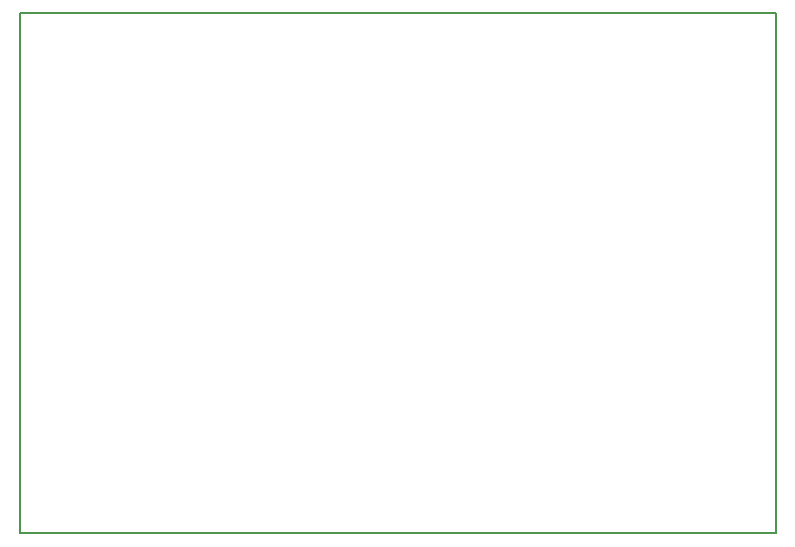
<source format=gm1>
G04 #@! TF.FileFunction,Profile,NP*
%FSLAX46Y46*%
G04 Gerber Fmt 4.6, Leading zero omitted, Abs format (unit mm)*
G04 Created by KiCad (PCBNEW 4.0.2+dfsg1-stable) date Mon 01 Oct 2018 11:39:29 PM EDT*
%MOMM*%
G01*
G04 APERTURE LIST*
%ADD10C,0.100000*%
%ADD11C,0.150000*%
G04 APERTURE END LIST*
D10*
D11*
X116000000Y-105000000D02*
X116000000Y-61000000D01*
X180000000Y-105000000D02*
X116000000Y-105000000D01*
X180000000Y-61000000D02*
X180000000Y-105000000D01*
X116000000Y-61000000D02*
X180000000Y-61000000D01*
M02*

</source>
